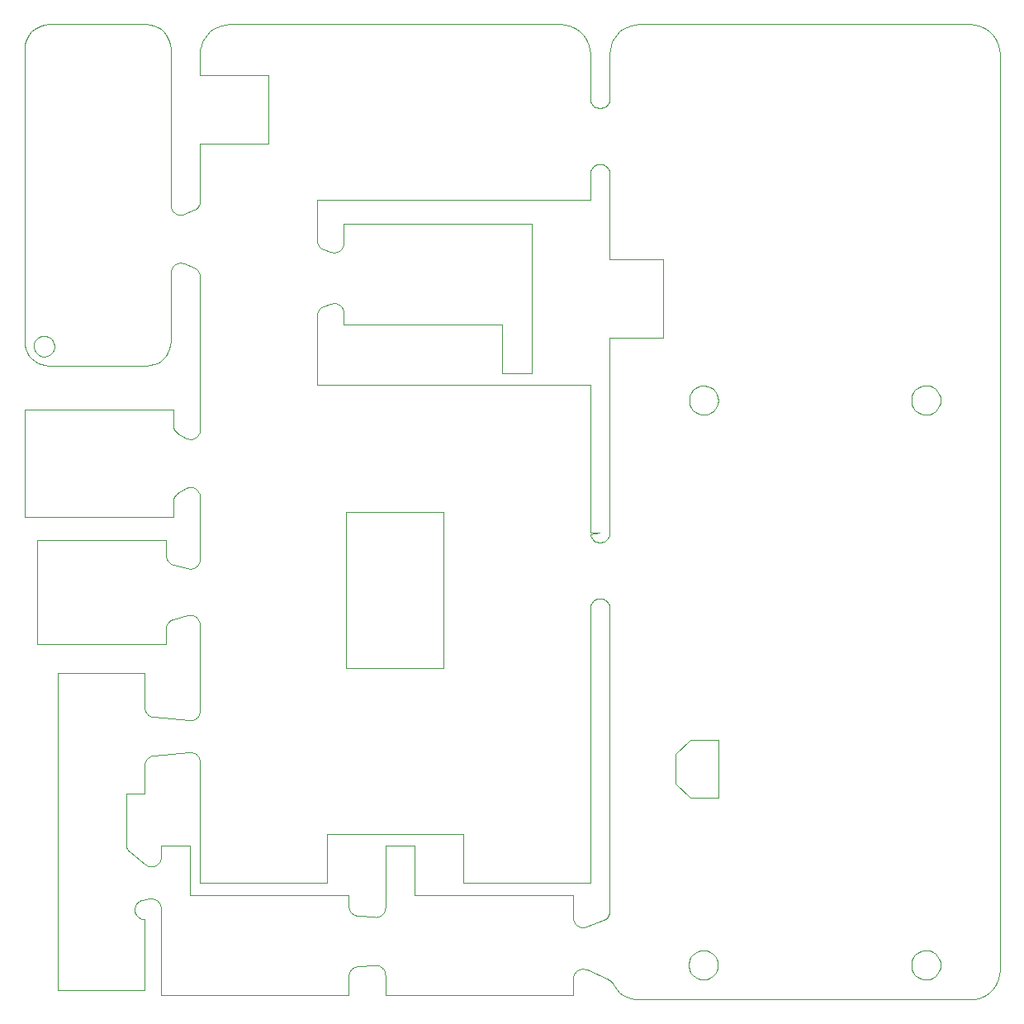
<source format=gko>
%MOIN*%
%OFA0B0*%
%FSLAX44Y44*%
%IPPOS*%
%LPD*%
%ADD10C,0*%
D10*
X00001204Y00026400D02*
X00001204Y00026400D01*
X00001199Y00026310D01*
X00001175Y00026223D01*
X00001133Y00026143D01*
X00001074Y00026074D01*
X00001002Y00026020D01*
X00000920Y00025982D01*
X00000832Y00025962D01*
X00000742Y00025962D01*
X00000654Y00025982D01*
X00000572Y00026020D01*
X00000500Y00026074D01*
X00000441Y00026143D01*
X00000399Y00026223D01*
X00000375Y00026310D01*
X00000370Y00026400D01*
X00000385Y00026489D01*
X00000418Y00026573D01*
X00000469Y00026648D01*
X00000534Y00026710D01*
X00000612Y00026756D01*
X00000697Y00026785D01*
X00000787Y00026795D01*
X00000877Y00026785D01*
X00000962Y00026756D01*
X00001040Y00026710D01*
X00001105Y00026648D01*
X00001156Y00026573D01*
X00001189Y00026489D01*
X00001204Y00026400D01*
X00016929Y00013385D02*
X00016929Y00013385D01*
X00012992Y00013385D01*
X00012992Y00019685D01*
X00016929Y00019685D01*
X00016929Y00013385D01*
X00007086Y00015123D02*
X00007086Y00015123D01*
X00007086Y00011671D01*
X00007085Y00011638D01*
X00007081Y00011606D01*
X00007074Y00011574D01*
X00007065Y00011543D01*
X00007053Y00011512D01*
X00007038Y00011483D01*
X00007022Y00011455D01*
X00007003Y00011428D01*
X00006981Y00011404D01*
X00006958Y00011381D01*
X00006933Y00011360D01*
X00006907Y00011341D01*
X00006878Y00011324D01*
X00006849Y00011310D01*
X00006819Y00011298D01*
X00006787Y00011289D01*
X00006755Y00011282D01*
X00006723Y00011279D01*
X00006690Y00011277D01*
X00006657Y00011279D01*
X00005210Y00011408D01*
X00005181Y00011411D01*
X00005153Y00011417D01*
X00005125Y00011425D01*
X00005097Y00011435D01*
X00005071Y00011447D01*
X00005045Y00011461D01*
X00005020Y00011477D01*
X00004997Y00011494D01*
X00004975Y00011513D01*
X00004955Y00011534D01*
X00004936Y00011556D01*
X00004919Y00011580D01*
X00004903Y00011605D01*
X00004890Y00011631D01*
X00004878Y00011657D01*
X00004869Y00011685D01*
X00004861Y00011713D01*
X00004856Y00011742D01*
X00004853Y00011771D01*
X00004851Y00011800D01*
X00004851Y00013174D01*
X00001351Y00013174D01*
X00001351Y00000374D01*
X00004851Y00000374D01*
X00004851Y00003234D01*
X00004841Y00003234D01*
X00004783Y00003239D01*
X00004727Y00003251D01*
X00004673Y00003272D01*
X00004622Y00003301D01*
X00004577Y00003336D01*
X00004537Y00003378D01*
X00004503Y00003426D01*
X00004477Y00003478D01*
X00004459Y00003533D01*
X00004449Y00003590D01*
X00004448Y00003648D01*
X00004455Y00003705D01*
X00004471Y00003761D01*
X00004494Y00003814D01*
X00004525Y00003863D01*
X00004563Y00003907D01*
X00004607Y00003945D01*
X00004656Y00003976D01*
X00004709Y00003999D01*
X00004765Y00004014D01*
X00005042Y00004069D01*
X00005076Y00004074D01*
X00005111Y00004076D01*
X00005145Y00004075D01*
X00005180Y00004071D01*
X00005214Y00004064D01*
X00005247Y00004054D01*
X00005280Y00004041D01*
X00005310Y00004025D01*
X00005340Y00004007D01*
X00005368Y00003986D01*
X00005394Y00003963D01*
X00005417Y00003938D01*
X00005439Y00003910D01*
X00005457Y00003881D01*
X00005474Y00003850D01*
X00005487Y00003818D01*
X00005498Y00003785D01*
X00005505Y00003751D01*
X00005510Y00003717D01*
X00005511Y00003682D01*
X00005511Y00000196D01*
X00013090Y00000196D01*
X00013090Y00000946D01*
X00013091Y00000975D01*
X00013094Y00001004D01*
X00013100Y00001033D01*
X00013108Y00001062D01*
X00013117Y00001089D01*
X00013129Y00001116D01*
X00013143Y00001142D01*
X00013158Y00001167D01*
X00013176Y00001191D01*
X00013195Y00001213D01*
X00013216Y00001234D01*
X00013238Y00001253D01*
X00013262Y00001271D01*
X00013287Y00001286D01*
X00013313Y00001300D01*
X00013340Y00001312D01*
X00013367Y00001322D01*
X00013396Y00001329D01*
X00013425Y00001335D01*
X00013454Y00001338D01*
X00014143Y00001390D01*
X00014175Y00001392D01*
X00014208Y00001390D01*
X00014240Y00001386D01*
X00014271Y00001379D01*
X00014303Y00001370D01*
X00014333Y00001358D01*
X00014362Y00001343D01*
X00014389Y00001327D01*
X00014416Y00001308D01*
X00014440Y00001287D01*
X00014463Y00001264D01*
X00014484Y00001239D01*
X00014503Y00001212D01*
X00014519Y00001185D01*
X00014534Y00001155D01*
X00014545Y00001125D01*
X00014554Y00001094D01*
X00014561Y00001062D01*
X00014565Y00001030D01*
X00014566Y00000998D01*
X00014566Y00000196D01*
X00022145Y00000196D01*
X00022145Y00000845D01*
X00022147Y00000884D01*
X00022153Y00000923D01*
X00022163Y00000961D01*
X00022176Y00000998D01*
X00022193Y00001034D01*
X00022214Y00001067D01*
X00022237Y00001098D01*
X00022264Y00001127D01*
X00022294Y00001153D01*
X00022326Y00001176D01*
X00022360Y00001196D01*
X00022395Y00001212D01*
X00022433Y00001224D01*
X00022471Y00001233D01*
X00022510Y00001238D01*
X00022549Y00001239D01*
X00022588Y00001236D01*
X00022627Y00001229D01*
X00022665Y00001218D01*
X00022701Y00001204D01*
X00023573Y00000809D01*
X00023585Y00000803D01*
X00023596Y00000798D01*
X00023607Y00000791D01*
X00023618Y00000785D01*
X00023629Y00000778D01*
X00023639Y00000771D01*
X00023649Y00000763D01*
X00023659Y00000755D01*
X00023669Y00000747D01*
X00023678Y00000739D01*
X00023688Y00000730D01*
X00023697Y00000721D01*
X00023705Y00000712D01*
X00023713Y00000702D01*
X00023721Y00000692D01*
X00023729Y00000682D01*
X00023736Y00000671D01*
X00023743Y00000661D01*
X00023750Y00000650D01*
X00023756Y00000639D01*
X00023809Y00000542D01*
X00023910Y00000407D01*
X00024029Y00000288D01*
X00024164Y00000187D01*
X00024312Y00000106D01*
X00024470Y00000047D01*
X00024635Y00000012D01*
X00024803Y00000000D01*
X00038188Y00000000D01*
X00038357Y00000012D01*
X00038521Y00000047D01*
X00038679Y00000106D01*
X00038827Y00000187D01*
X00038962Y00000288D01*
X00039081Y00000407D01*
X00039182Y00000542D01*
X00039263Y00000690D01*
X00039322Y00000848D01*
X00039358Y00001013D01*
X00039370Y00001181D01*
X00039370Y00038188D01*
X00039358Y00038357D01*
X00039322Y00038521D01*
X00039263Y00038679D01*
X00039182Y00038827D01*
X00039081Y00038962D01*
X00038962Y00039081D01*
X00038827Y00039182D01*
X00038679Y00039263D01*
X00038521Y00039322D01*
X00038357Y00039358D01*
X00038188Y00039370D01*
X00024803Y00039370D01*
X00024635Y00039358D01*
X00024470Y00039322D01*
X00024312Y00039263D01*
X00024164Y00039182D01*
X00024029Y00039081D01*
X00023910Y00038962D01*
X00023809Y00038827D01*
X00023728Y00038679D01*
X00023669Y00038521D01*
X00023634Y00038357D01*
X00023622Y00038188D01*
X00023622Y00036378D01*
X00023622Y00036375D01*
X00023617Y00036314D01*
X00023602Y00036254D01*
X00023579Y00036197D01*
X00023546Y00036144D01*
X00023506Y00036097D01*
X00023459Y00036057D01*
X00023407Y00036025D01*
X00023350Y00036001D01*
X00023289Y00035987D01*
X00023228Y00035982D01*
X00023166Y00035987D01*
X00023106Y00036001D01*
X00023049Y00036025D01*
X00022996Y00036057D01*
X00022949Y00036097D01*
X00022909Y00036144D01*
X00022877Y00036197D01*
X00022853Y00036254D01*
X00022839Y00036314D01*
X00022834Y00036375D01*
X00022834Y00038188D01*
X00022822Y00038357D01*
X00022786Y00038521D01*
X00022727Y00038679D01*
X00022647Y00038827D01*
X00022546Y00038962D01*
X00022427Y00039081D01*
X00022292Y00039182D01*
X00022144Y00039263D01*
X00021986Y00039322D01*
X00021821Y00039358D01*
X00021653Y00039370D01*
X00008267Y00039370D01*
X00008099Y00039358D01*
X00007934Y00039322D01*
X00007777Y00039263D01*
X00007629Y00039182D01*
X00007494Y00039081D01*
X00007375Y00038962D01*
X00007274Y00038827D01*
X00007193Y00038679D01*
X00007134Y00038521D01*
X00007098Y00038357D01*
X00007086Y00038188D01*
X00007086Y00037303D01*
X00009842Y00037303D01*
X00009842Y00034547D01*
X00007086Y00034547D01*
X00007086Y00032233D01*
X00007085Y00032210D01*
X00007083Y00032187D01*
X00007080Y00032163D01*
X00007075Y00032141D01*
X00007069Y00032118D01*
X00007062Y00032096D01*
X00007053Y00032075D01*
X00007043Y00032054D01*
X00007032Y00032033D01*
X00007019Y00032013D01*
X00007006Y00031995D01*
X00006991Y00031976D01*
X00006975Y00031959D01*
X00006959Y00031943D01*
X00006941Y00031928D01*
X00006923Y00031914D01*
X00006903Y00031901D01*
X00006883Y00031889D01*
X00006863Y00031878D01*
X00006841Y00031869D01*
X00006448Y00031708D01*
X00006411Y00031695D01*
X00006374Y00031686D01*
X00006336Y00031680D01*
X00006297Y00031678D01*
X00006259Y00031680D01*
X00006221Y00031686D01*
X00006183Y00031696D01*
X00006147Y00031709D01*
X00006112Y00031725D01*
X00006079Y00031745D01*
X00006048Y00031768D01*
X00006020Y00031794D01*
X00005994Y00031823D01*
X00005971Y00031854D01*
X00005951Y00031887D01*
X00005935Y00031922D01*
X00005922Y00031958D01*
X00005913Y00031995D01*
X00005907Y00032033D01*
X00005905Y00032072D01*
X00005905Y00038385D01*
X00005893Y00038539D01*
X00005857Y00038689D01*
X00005798Y00038832D01*
X00005717Y00038964D01*
X00005617Y00039081D01*
X00005499Y00039182D01*
X00005368Y00039262D01*
X00005225Y00039321D01*
X00005075Y00039357D01*
X00004921Y00039370D01*
X00000984Y00039370D01*
X00000830Y00039357D01*
X00000680Y00039321D01*
X00000537Y00039262D01*
X00000405Y00039182D01*
X00000288Y00039081D01*
X00000187Y00038964D01*
X00000107Y00038832D01*
X00000048Y00038689D01*
X00000012Y00038539D01*
X00000000Y00038385D01*
X00000000Y00026574D01*
X00000012Y00026420D01*
X00000048Y00026270D01*
X00000107Y00026127D01*
X00000187Y00025996D01*
X00000288Y00025878D01*
X00000405Y00025778D01*
X00000537Y00025697D01*
X00000680Y00025638D01*
X00000830Y00025602D01*
X00000984Y00025590D01*
X00004921Y00025590D01*
X00005075Y00025602D01*
X00005225Y00025638D01*
X00005368Y00025697D01*
X00005499Y00025778D01*
X00005617Y00025878D01*
X00005717Y00025996D01*
X00005798Y00026127D01*
X00005857Y00026270D01*
X00005893Y00026420D01*
X00005905Y00026574D01*
X00005905Y00029344D01*
X00005905Y00029344D01*
X00005907Y00029383D01*
X00005913Y00029421D01*
X00005922Y00029458D01*
X00005935Y00029495D01*
X00005951Y00029530D01*
X00005971Y00029563D01*
X00005994Y00029594D01*
X00006020Y00029622D01*
X00006048Y00029648D01*
X00006079Y00029671D01*
X00006112Y00029691D01*
X00006147Y00029708D01*
X00006183Y00029721D01*
X00006221Y00029730D01*
X00006259Y00029736D01*
X00006297Y00029738D01*
X00006336Y00029736D01*
X00006374Y00029731D01*
X00006411Y00029722D01*
X00006448Y00029709D01*
X00006841Y00029548D01*
X00006863Y00029538D01*
X00006883Y00029528D01*
X00006903Y00029516D01*
X00006923Y00029503D01*
X00006941Y00029489D01*
X00006959Y00029473D01*
X00006975Y00029457D01*
X00006991Y00029440D01*
X00007006Y00029422D01*
X00007019Y00029403D01*
X00007032Y00029383D01*
X00007043Y00029363D01*
X00007053Y00029342D01*
X00007062Y00029320D01*
X00007069Y00029298D01*
X00007075Y00029276D01*
X00007080Y00029253D01*
X00007083Y00029230D01*
X00007085Y00029207D01*
X00007086Y00029183D01*
X00007086Y00023017D01*
X00007084Y00022975D01*
X00007077Y00022934D01*
X00007066Y00022893D01*
X00007051Y00022854D01*
X00007032Y00022817D01*
X00007009Y00022782D01*
X00006982Y00022750D01*
X00006952Y00022721D01*
X00006919Y00022695D01*
X00006884Y00022673D01*
X00006846Y00022654D01*
X00006807Y00022640D01*
X00006766Y00022630D01*
X00006725Y00022625D01*
X00006683Y00022623D01*
X00006641Y00022626D01*
X00006600Y00022634D01*
X00006560Y00022646D01*
X00006522Y00022662D01*
X00006485Y00022682D01*
X00006190Y00022865D01*
X00006173Y00022876D01*
X00006157Y00022888D01*
X00006141Y00022901D01*
X00006126Y00022914D01*
X00006112Y00022928D01*
X00006099Y00022943D01*
X00006086Y00022958D01*
X00006074Y00022975D01*
X00006063Y00022991D01*
X00006053Y00023008D01*
X00006044Y00023026D01*
X00006035Y00023044D01*
X00006028Y00023063D01*
X00006022Y00023082D01*
X00006016Y00023101D01*
X00006012Y00023120D01*
X00006008Y00023140D01*
X00006005Y00023160D01*
X00006004Y00023180D01*
X00006003Y00023200D01*
X00006003Y00023818D01*
X00000000Y00023818D01*
X00000000Y00019488D01*
X00006003Y00019488D01*
X00006003Y00020106D01*
X00006004Y00020126D01*
X00006005Y00020146D01*
X00006008Y00020166D01*
X00006012Y00020186D01*
X00006016Y00020205D01*
X00006022Y00020224D01*
X00006028Y00020243D01*
X00006035Y00020262D01*
X00006044Y00020280D01*
X00006053Y00020298D01*
X00006063Y00020315D01*
X00006074Y00020332D01*
X00006086Y00020348D01*
X00006099Y00020363D01*
X00006112Y00020378D01*
X00006126Y00020392D01*
X00006141Y00020405D01*
X00006157Y00020418D01*
X00006173Y00020430D01*
X00006190Y00020441D01*
X00006485Y00020624D01*
X00006522Y00020644D01*
X00006560Y00020660D01*
X00006600Y00020672D01*
X00006641Y00020680D01*
X00006683Y00020683D01*
X00006725Y00020682D01*
X00006766Y00020676D01*
X00006807Y00020666D01*
X00006846Y00020652D01*
X00006884Y00020633D01*
X00006919Y00020611D01*
X00006952Y00020585D01*
X00006982Y00020556D01*
X00007009Y00020524D01*
X00007032Y00020489D01*
X00007051Y00020452D01*
X00007066Y00020413D01*
X00007077Y00020372D01*
X00007084Y00020331D01*
X00007086Y00020289D01*
X00007086Y00017788D01*
X00007084Y00017752D01*
X00007080Y00017717D01*
X00007071Y00017682D01*
X00007060Y00017648D01*
X00007046Y00017615D01*
X00007029Y00017583D01*
X00007009Y00017553D01*
X00006986Y00017526D01*
X00006961Y00017500D01*
X00006933Y00017477D01*
X00006904Y00017456D01*
X00006873Y00017438D01*
X00006840Y00017423D01*
X00006806Y00017411D01*
X00006772Y00017402D01*
X00006736Y00017397D01*
X00006700Y00017394D01*
X00006664Y00017395D01*
X00006629Y00017399D01*
X00006594Y00017407D01*
X00006013Y00017557D01*
X00005988Y00017565D01*
X00005963Y00017574D01*
X00005940Y00017584D01*
X00005917Y00017596D01*
X00005895Y00017610D01*
X00005873Y00017625D01*
X00005853Y00017641D01*
X00005834Y00017659D01*
X00005817Y00017678D01*
X00005800Y00017698D01*
X00005785Y00017719D01*
X00005771Y00017741D01*
X00005759Y00017763D01*
X00005748Y00017787D01*
X00005739Y00017811D01*
X00005731Y00017836D01*
X00005725Y00017861D01*
X00005721Y00017887D01*
X00005718Y00017913D01*
X00005718Y00017939D01*
X00005718Y00018552D01*
X00000518Y00018552D01*
X00000518Y00014352D01*
X00005718Y00014352D01*
X00005718Y00014972D01*
X00005718Y00014998D01*
X00005721Y00015024D01*
X00005725Y00015050D01*
X00005731Y00015075D01*
X00005739Y00015100D01*
X00005748Y00015124D01*
X00005759Y00015147D01*
X00005771Y00015170D01*
X00005785Y00015192D01*
X00005800Y00015213D01*
X00005817Y00015233D01*
X00005834Y00015252D01*
X00005853Y00015270D01*
X00005873Y00015286D01*
X00005895Y00015301D01*
X00005917Y00015314D01*
X00005940Y00015327D01*
X00005963Y00015337D01*
X00005988Y00015346D01*
X00006013Y00015353D01*
X00006594Y00015504D01*
X00006629Y00015511D01*
X00006664Y00015515D01*
X00006700Y00015516D01*
X00006736Y00015514D01*
X00006772Y00015508D01*
X00006806Y00015500D01*
X00006840Y00015488D01*
X00006873Y00015473D01*
X00006904Y00015455D01*
X00006933Y00015434D01*
X00006961Y00015411D01*
X00006986Y00015385D01*
X00007009Y00015357D01*
X00007029Y00015328D01*
X00007046Y00015296D01*
X00007060Y00015263D01*
X00007071Y00015229D01*
X00007080Y00015194D01*
X00007084Y00015159D01*
X00007086Y00015123D01*
X00027433Y00000807D02*
X00027433Y00000807D01*
X00027306Y00000814D01*
X00027182Y00000849D01*
X00027070Y00000908D01*
X00026972Y00000991D01*
X00026895Y00001093D01*
X00026841Y00001209D01*
X00026814Y00001333D01*
X00026814Y00001461D01*
X00026841Y00001586D01*
X00026895Y00001702D01*
X00026972Y00001803D01*
X00027070Y00001886D01*
X00027182Y00001946D01*
X00027306Y00001980D01*
X00027433Y00001987D01*
X00027559Y00001966D01*
X00027678Y00001919D01*
X00027783Y00001847D01*
X00027871Y00001755D01*
X00027937Y00001645D01*
X00027978Y00001524D01*
X00027992Y00001397D01*
X00027978Y00001270D01*
X00027937Y00001149D01*
X00027871Y00001040D01*
X00027783Y00000947D01*
X00027678Y00000875D01*
X00027559Y00000828D01*
X00027433Y00000807D01*
X00036423Y00000807D02*
X00036423Y00000807D01*
X00036296Y00000814D01*
X00036173Y00000849D01*
X00036060Y00000908D01*
X00035962Y00000991D01*
X00035885Y00001093D01*
X00035832Y00001209D01*
X00035804Y00001333D01*
X00035804Y00001461D01*
X00035832Y00001586D01*
X00035885Y00001702D01*
X00035962Y00001803D01*
X00036060Y00001886D01*
X00036173Y00001946D01*
X00036296Y00001980D01*
X00036423Y00001987D01*
X00036549Y00001966D01*
X00036668Y00001919D01*
X00036774Y00001847D01*
X00036861Y00001755D01*
X00036927Y00001645D01*
X00036968Y00001524D01*
X00036982Y00001397D01*
X00036968Y00001270D01*
X00036927Y00001149D01*
X00036861Y00001040D01*
X00036774Y00000947D01*
X00036668Y00000875D01*
X00036549Y00000828D01*
X00036423Y00000807D01*
X00026883Y00008138D02*
X00026883Y00008138D01*
X00026283Y00008718D01*
X00026283Y00009918D01*
X00026883Y00010498D01*
X00028003Y00010498D01*
X00028003Y00008138D01*
X00026883Y00008138D01*
X00027453Y00023603D02*
X00027453Y00023603D01*
X00027325Y00023610D01*
X00027202Y00023644D01*
X00027089Y00023704D01*
X00026992Y00023786D01*
X00026915Y00023888D01*
X00026861Y00024004D01*
X00026834Y00024129D01*
X00026834Y00024256D01*
X00026861Y00024381D01*
X00026915Y00024497D01*
X00026992Y00024599D01*
X00027089Y00024681D01*
X00027202Y00024741D01*
X00027325Y00024775D01*
X00027453Y00024782D01*
X00027579Y00024761D01*
X00027697Y00024714D01*
X00027803Y00024643D01*
X00027891Y00024550D01*
X00027957Y00024440D01*
X00027998Y00024319D01*
X00028011Y00024192D01*
X00027998Y00024065D01*
X00027957Y00023944D01*
X00027891Y00023835D01*
X00027803Y00023742D01*
X00027697Y00023671D01*
X00027579Y00023623D01*
X00027453Y00023603D01*
X00036423Y00023607D02*
X00036423Y00023607D01*
X00036296Y00023614D01*
X00036173Y00023649D01*
X00036060Y00023708D01*
X00035962Y00023791D01*
X00035885Y00023893D01*
X00035832Y00024009D01*
X00035804Y00024133D01*
X00035804Y00024261D01*
X00035832Y00024386D01*
X00035885Y00024502D01*
X00035962Y00024603D01*
X00036060Y00024686D01*
X00036173Y00024746D01*
X00036296Y00024780D01*
X00036423Y00024787D01*
X00036549Y00024766D01*
X00036668Y00024719D01*
X00036774Y00024647D01*
X00036861Y00024555D01*
X00036927Y00024445D01*
X00036968Y00024324D01*
X00036982Y00024197D01*
X00036968Y00024070D01*
X00036927Y00023949D01*
X00036861Y00023840D01*
X00036774Y00023747D01*
X00036668Y00023675D01*
X00036549Y00023628D01*
X00036423Y00023607D01*
X00023622Y00029881D02*
X00023622Y00029881D01*
X00025787Y00029881D01*
X00025787Y00026732D01*
X00023622Y00026732D01*
X00023622Y00018847D01*
X00023617Y00018786D01*
X00023602Y00018725D01*
X00023579Y00018668D01*
X00023546Y00018616D01*
X00023506Y00018569D01*
X00023459Y00018529D01*
X00023407Y00018496D01*
X00023350Y00018473D01*
X00023289Y00018458D01*
X00023228Y00018453D01*
X00023166Y00018458D01*
X00023106Y00018473D01*
X00023049Y00018496D01*
X00022996Y00018529D01*
X00022949Y00018569D01*
X00022909Y00018616D01*
X00022877Y00018668D01*
X00022853Y00018725D01*
X00022839Y00018786D01*
X00023228Y00018847D01*
X00022834Y00018847D01*
X00022834Y00024803D01*
X00011811Y00024803D01*
X00011811Y00027609D01*
X00011811Y00027633D01*
X00011813Y00027656D01*
X00011817Y00027680D01*
X00011822Y00027704D01*
X00011829Y00027727D01*
X00011837Y00027749D01*
X00011846Y00027771D01*
X00011856Y00027793D01*
X00011868Y00027814D01*
X00011881Y00027834D01*
X00011896Y00027853D01*
X00011911Y00027871D01*
X00011928Y00027889D01*
X00011945Y00027905D01*
X00011964Y00027920D01*
X00011983Y00027934D01*
X00012003Y00027947D01*
X00012024Y00027959D01*
X00012046Y00027969D01*
X00012068Y00027978D01*
X00012363Y00028087D01*
X00012400Y00028098D01*
X00012437Y00028106D01*
X00012474Y00028110D01*
X00012512Y00028111D01*
X00012550Y00028108D01*
X00012587Y00028101D01*
X00012624Y00028091D01*
X00012659Y00028077D01*
X00012693Y00028060D01*
X00012725Y00028040D01*
X00012755Y00028017D01*
X00012782Y00027991D01*
X00012807Y00027963D01*
X00012829Y00027932D01*
X00012849Y00027899D01*
X00012864Y00027865D01*
X00012877Y00027829D01*
X00012886Y00027793D01*
X00012891Y00027755D01*
X00012893Y00027717D01*
X00012893Y00027263D01*
X00019291Y00027263D01*
X00019291Y00025275D01*
X00020472Y00025275D01*
X00020472Y00031299D01*
X00012893Y00031299D01*
X00012893Y00030549D01*
X00012891Y00030512D01*
X00012886Y00030474D01*
X00012877Y00030437D01*
X00012864Y00030402D01*
X00012849Y00030367D01*
X00012829Y00030335D01*
X00012807Y00030304D01*
X00012782Y00030276D01*
X00012755Y00030250D01*
X00012725Y00030227D01*
X00012693Y00030206D01*
X00012659Y00030189D01*
X00012624Y00030176D01*
X00012587Y00030166D01*
X00012550Y00030159D01*
X00012512Y00030156D01*
X00012474Y00030157D01*
X00012437Y00030161D01*
X00012400Y00030169D01*
X00012363Y00030180D01*
X00012068Y00030289D01*
X00012046Y00030298D01*
X00012024Y00030308D01*
X00012003Y00030320D01*
X00011983Y00030332D01*
X00011964Y00030346D01*
X00011945Y00030362D01*
X00011928Y00030378D01*
X00011911Y00030395D01*
X00011896Y00030414D01*
X00011881Y00030433D01*
X00011868Y00030453D01*
X00011856Y00030474D01*
X00011846Y00030495D01*
X00011837Y00030517D01*
X00011829Y00030540D01*
X00011822Y00030563D01*
X00011817Y00030587D01*
X00011813Y00030610D01*
X00011811Y00030634D01*
X00011811Y00030658D01*
X00011811Y00032283D01*
X00022834Y00032283D01*
X00022834Y00033328D01*
X00022839Y00033390D01*
X00022853Y00033450D01*
X00022877Y00033507D01*
X00022909Y00033560D01*
X00022949Y00033606D01*
X00022996Y00033647D01*
X00023049Y00033679D01*
X00023106Y00033703D01*
X00023166Y00033717D01*
X00023228Y00033722D01*
X00023289Y00033717D01*
X00023350Y00033703D01*
X00023407Y00033679D01*
X00023459Y00033647D01*
X00023506Y00033606D01*
X00023546Y00033560D01*
X00023579Y00033507D01*
X00023602Y00033450D01*
X00023617Y00033390D01*
X00023622Y00033328D01*
X00023622Y00033326D01*
X00023622Y00029881D01*
X00023622Y00003574D02*
X00023622Y00003574D01*
X00023621Y00003550D01*
X00023619Y00003526D01*
X00023615Y00003503D01*
X00023610Y00003479D01*
X00023604Y00003456D01*
X00023596Y00003434D01*
X00023587Y00003412D01*
X00023576Y00003390D01*
X00023564Y00003370D01*
X00023551Y00003350D01*
X00023537Y00003330D01*
X00023522Y00003312D01*
X00023506Y00003295D01*
X00023488Y00003278D01*
X00023470Y00003263D01*
X00023451Y00003249D01*
X00023430Y00003236D01*
X00023410Y00003225D01*
X00023388Y00003214D01*
X00023366Y00003205D01*
X00022677Y00002947D01*
X00022641Y00002935D01*
X00022604Y00002927D01*
X00022566Y00002923D01*
X00022528Y00002922D01*
X00022490Y00002925D01*
X00022453Y00002931D01*
X00022416Y00002941D01*
X00022381Y00002955D01*
X00022347Y00002972D01*
X00022315Y00002992D01*
X00022284Y00003015D01*
X00022257Y00003041D01*
X00022232Y00003069D01*
X00022209Y00003100D01*
X00022190Y00003133D01*
X00022174Y00003167D01*
X00022162Y00003203D01*
X00022152Y00003240D01*
X00022147Y00003278D01*
X00022145Y00003316D01*
X00022145Y00004232D01*
X00015748Y00004232D01*
X00015748Y00006220D01*
X00014566Y00006220D01*
X00014566Y00003726D01*
X00014565Y00003693D01*
X00014561Y00003661D01*
X00014554Y00003629D01*
X00014545Y00003598D01*
X00014534Y00003568D01*
X00014519Y00003539D01*
X00014503Y00003511D01*
X00014484Y00003485D01*
X00014463Y00003460D01*
X00014440Y00003437D01*
X00014416Y00003416D01*
X00014389Y00003397D01*
X00014362Y00003380D01*
X00014333Y00003366D01*
X00014303Y00003354D01*
X00014271Y00003344D01*
X00014240Y00003338D01*
X00014208Y00003333D01*
X00014175Y00003332D01*
X00014143Y00003333D01*
X00013454Y00003385D01*
X00013425Y00003389D01*
X00013396Y00003394D01*
X00013367Y00003402D01*
X00013340Y00003411D01*
X00013313Y00003423D01*
X00013287Y00003437D01*
X00013262Y00003453D01*
X00013238Y00003470D01*
X00013216Y00003489D01*
X00013195Y00003510D01*
X00013176Y00003532D01*
X00013158Y00003556D01*
X00013143Y00003581D01*
X00013129Y00003607D01*
X00013117Y00003634D01*
X00013108Y00003662D01*
X00013100Y00003690D01*
X00013094Y00003719D01*
X00013091Y00003748D01*
X00013090Y00003778D01*
X00013090Y00004232D01*
X00006692Y00004232D01*
X00006692Y00006220D01*
X00005511Y00006220D01*
X00005511Y00005766D01*
X00005509Y00005721D01*
X00005501Y00005677D01*
X00005489Y00005634D01*
X00005472Y00005593D01*
X00005450Y00005554D01*
X00005424Y00005518D01*
X00005394Y00005485D01*
X00005361Y00005456D01*
X00005324Y00005430D01*
X00005285Y00005409D01*
X00005244Y00005393D01*
X00005201Y00005381D01*
X00005157Y00005374D01*
X00005112Y00005372D01*
X00005068Y00005375D01*
X00005024Y00005383D01*
X00004981Y00005396D01*
X00004941Y00005414D01*
X00004902Y00005436D01*
X00004866Y00005463D01*
X00004244Y00005979D01*
X00004231Y00005990D01*
X00004218Y00006002D01*
X00004206Y00006015D01*
X00004195Y00006028D01*
X00004184Y00006041D01*
X00004174Y00006055D01*
X00004164Y00006069D01*
X00004155Y00006084D01*
X00004147Y00006099D01*
X00004139Y00006115D01*
X00004132Y00006130D01*
X00004126Y00006147D01*
X00004120Y00006163D01*
X00004115Y00006179D01*
X00004111Y00006196D01*
X00004108Y00006213D01*
X00004105Y00006230D01*
X00004103Y00006247D01*
X00004102Y00006265D01*
X00004101Y00006282D01*
X00004101Y00008314D01*
X00004851Y00008314D01*
X00004851Y00009459D01*
X00004853Y00009488D01*
X00004856Y00009517D01*
X00004861Y00009546D01*
X00004869Y00009574D01*
X00004878Y00009601D01*
X00004890Y00009628D01*
X00004903Y00009654D01*
X00004919Y00009679D01*
X00004936Y00009702D01*
X00004955Y00009725D01*
X00004975Y00009745D01*
X00004997Y00009765D01*
X00005020Y00009782D01*
X00005045Y00009798D01*
X00005071Y00009812D01*
X00005097Y00009824D01*
X00005125Y00009834D01*
X00005153Y00009842D01*
X00005181Y00009847D01*
X00005210Y00009851D01*
X00006657Y00009980D01*
X00006690Y00009981D01*
X00006723Y00009980D01*
X00006755Y00009976D01*
X00006787Y00009970D01*
X00006819Y00009961D01*
X00006849Y00009949D01*
X00006878Y00009935D01*
X00006907Y00009918D01*
X00006933Y00009899D01*
X00006958Y00009878D01*
X00006981Y00009855D01*
X00007003Y00009830D01*
X00007022Y00009804D01*
X00007038Y00009776D01*
X00007053Y00009746D01*
X00007065Y00009716D01*
X00007074Y00009685D01*
X00007081Y00009653D01*
X00007085Y00009620D01*
X00007086Y00009588D01*
X00007086Y00004724D01*
X00012204Y00004724D01*
X00012204Y00006692D01*
X00017716Y00006692D01*
X00017716Y00004724D01*
X00022834Y00004724D01*
X00022834Y00015798D01*
X00022834Y00015798D01*
X00022839Y00015859D01*
X00022853Y00015919D01*
X00022877Y00015976D01*
X00022909Y00016029D01*
X00022949Y00016076D01*
X00022996Y00016116D01*
X00023049Y00016148D01*
X00023106Y00016172D01*
X00023166Y00016186D01*
X00023228Y00016191D01*
X00023289Y00016186D01*
X00023350Y00016172D01*
X00023407Y00016148D01*
X00023459Y00016116D01*
X00023506Y00016076D01*
X00023546Y00016029D01*
X00023579Y00015976D01*
X00023602Y00015919D01*
X00023617Y00015859D01*
X00023622Y00015798D01*
X00023622Y00003574D01*
M02*
</source>
